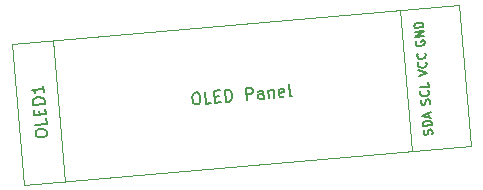
<source format=gbr>
%TF.GenerationSoftware,KiCad,Pcbnew,(6.0.5)*%
%TF.CreationDate,2023-03-29T12:06:55+08:00*%
%TF.ProjectId,ergo60,6572676f-3630-42e6-9b69-6361645f7063,rev?*%
%TF.SameCoordinates,PX3b7922bPYeed2ae*%
%TF.FileFunction,Legend,Top*%
%TF.FilePolarity,Positive*%
%FSLAX46Y46*%
G04 Gerber Fmt 4.6, Leading zero omitted, Abs format (unit mm)*
G04 Created by KiCad (PCBNEW (6.0.5)) date 2023-03-29 12:06:55*
%MOMM*%
%LPD*%
G01*
G04 APERTURE LIST*
G04 Aperture macros list*
%AMHorizOval*
0 Thick line with rounded ends*
0 $1 width*
0 $2 $3 position (X,Y) of the first rounded end (center of the circle)*
0 $4 $5 position (X,Y) of the second rounded end (center of the circle)*
0 Add line between two ends*
20,1,$1,$2,$3,$4,$5,0*
0 Add two circle primitives to create the rounded ends*
1,1,$1,$2,$3*
1,1,$1,$4,$5*%
%AMRotRect*
0 Rectangle, with rotation*
0 The origin of the aperture is its center*
0 $1 length*
0 $2 width*
0 $3 Rotation angle, in degrees counterclockwise*
0 Add horizontal line*
21,1,$1,$2,0,0,$3*%
G04 Aperture macros list end*
%ADD10C,0.150000*%
%ADD11C,0.040000*%
%ADD12RotRect,1.700000X1.700000X5.000000*%
%ADD13HorizOval,1.700000X0.000000X0.000000X0.000000X0.000000X0*%
%ADD14C,3.987800*%
%ADD15C,1.701800*%
%ADD16R,1.700000X1.700000*%
%ADD17O,1.700000X1.700000*%
%ADD18C,3.048000*%
%ADD19C,0.650000*%
%ADD20O,1.500000X2.300000*%
%ADD21O,1.400000X1.800000*%
%ADD22O,1.400000X2.300000*%
G04 APERTURE END LIST*
D10*
%TO.C,OLED1*%
X247159891Y-81417889D02*
X247143290Y-81228138D01*
X247182428Y-81129112D01*
X247269003Y-81025936D01*
X247454604Y-80961897D01*
X247786669Y-80932845D01*
X247980570Y-80963682D01*
X248083747Y-81050257D01*
X248139485Y-81140982D01*
X248156086Y-81330734D01*
X248116949Y-81429759D01*
X248030374Y-81532936D01*
X247844773Y-81596975D01*
X247512708Y-81626027D01*
X247318806Y-81595190D01*
X247215630Y-81508615D01*
X247159891Y-81417889D01*
X248039878Y-80002474D02*
X248081381Y-80476852D01*
X247085186Y-80564008D01*
X247489010Y-79716062D02*
X247459958Y-79383997D01*
X247969324Y-79196031D02*
X248010827Y-79670409D01*
X247014632Y-79757565D01*
X246973129Y-79283186D01*
X247931971Y-78769090D02*
X246935777Y-78856246D01*
X246915025Y-78619057D01*
X246950012Y-78472593D01*
X247036587Y-78369417D01*
X247127313Y-78313678D01*
X247312914Y-78249639D01*
X247455227Y-78237188D01*
X247649129Y-78268025D01*
X247748155Y-78307162D01*
X247851331Y-78393738D01*
X247911220Y-78531901D01*
X247931971Y-78769090D01*
X247799163Y-77251079D02*
X247848966Y-77820333D01*
X247824064Y-77535706D02*
X246827870Y-77622862D01*
X246978484Y-77705287D01*
X247081660Y-77791862D01*
X247137398Y-77882587D01*
X280734986Y-81373601D02*
X280761226Y-81263753D01*
X280745662Y-81085861D01*
X280703859Y-81017817D01*
X280665168Y-80985352D01*
X280590898Y-80955999D01*
X280519741Y-80962224D01*
X280451697Y-81004028D01*
X280419232Y-81042719D01*
X280389879Y-81116989D01*
X280366751Y-81262415D01*
X280337398Y-81336684D01*
X280304932Y-81375375D01*
X280236888Y-81417179D01*
X280165732Y-81423405D01*
X280091462Y-81394052D01*
X280052771Y-81361586D01*
X280010967Y-81293542D01*
X279995404Y-81115650D01*
X280021644Y-81005802D01*
X280705197Y-80623343D02*
X279958051Y-80688709D01*
X279942488Y-80510817D01*
X279968728Y-80400970D01*
X280033659Y-80323587D01*
X280101703Y-80281784D01*
X280240904Y-80233754D01*
X280347639Y-80224416D01*
X280493066Y-80247544D01*
X280567335Y-80276897D01*
X280644717Y-80341828D01*
X280689634Y-80445451D01*
X280705197Y-80623343D01*
X280429473Y-79930451D02*
X280398346Y-79574667D01*
X280649169Y-79982932D02*
X279880234Y-79799250D01*
X280605591Y-79484834D01*
X280512053Y-78825477D02*
X280538294Y-78715629D01*
X280522730Y-78537737D01*
X280480926Y-78469693D01*
X280442235Y-78437228D01*
X280367966Y-78407875D01*
X280296809Y-78414100D01*
X280228765Y-78455904D01*
X280196299Y-78494595D01*
X280166946Y-78568864D01*
X280143819Y-78714291D01*
X280114466Y-78788560D01*
X280082000Y-78827251D01*
X280013956Y-78869055D01*
X279942799Y-78875280D01*
X279868530Y-78845927D01*
X279829839Y-78813462D01*
X279788035Y-78745418D01*
X279772471Y-78567526D01*
X279798712Y-78457678D01*
X280373756Y-77654503D02*
X280412447Y-77686969D01*
X280457363Y-77790591D01*
X280463589Y-77861748D01*
X280437348Y-77971596D01*
X280372417Y-78048978D01*
X280304373Y-78090782D01*
X280165172Y-78138811D01*
X280058437Y-78148149D01*
X279913011Y-78125022D01*
X279838741Y-78095669D01*
X279761359Y-78030737D01*
X279716443Y-77927115D01*
X279710217Y-77855958D01*
X279736458Y-77746110D01*
X279768923Y-77707419D01*
X280385771Y-76972288D02*
X280416898Y-77328072D01*
X279669752Y-77393439D01*
X260618764Y-77845085D02*
X260808516Y-77828484D01*
X260907542Y-77867621D01*
X261010718Y-77954196D01*
X261074757Y-78139797D01*
X261103809Y-78471862D01*
X261072972Y-78665764D01*
X260986397Y-78768940D01*
X260895671Y-78824678D01*
X260705920Y-78841280D01*
X260606894Y-78802142D01*
X260503718Y-78715567D01*
X260439679Y-78529966D01*
X260410627Y-78197901D01*
X260441464Y-78003999D01*
X260528039Y-77900823D01*
X260618764Y-77845085D01*
X262034180Y-78725072D02*
X261559801Y-78766575D01*
X261472645Y-77770380D01*
X262320592Y-78174204D02*
X262652656Y-78145152D01*
X262840623Y-78654517D02*
X262366245Y-78696020D01*
X262279089Y-77699825D01*
X262753467Y-77658323D01*
X263267564Y-78617165D02*
X263180408Y-77620970D01*
X263417597Y-77600219D01*
X263564061Y-77635206D01*
X263667237Y-77721781D01*
X263722975Y-77812506D01*
X263787014Y-77998107D01*
X263799465Y-78140421D01*
X263768628Y-78334323D01*
X263729491Y-78433349D01*
X263642916Y-78536525D01*
X263504753Y-78596413D01*
X263267564Y-78617165D01*
X265022764Y-78463605D02*
X264935608Y-77467410D01*
X265315111Y-77434208D01*
X265414137Y-77473345D01*
X265465725Y-77516633D01*
X265521463Y-77607358D01*
X265533914Y-77749672D01*
X265494777Y-77848698D01*
X265451489Y-77900286D01*
X265360764Y-77956024D01*
X264981261Y-77989226D01*
X266445899Y-78339096D02*
X266400246Y-77817280D01*
X266344508Y-77726555D01*
X266245482Y-77687417D01*
X266055730Y-77704019D01*
X265965005Y-77759757D01*
X266441749Y-78291659D02*
X266351023Y-78347397D01*
X266113834Y-78368148D01*
X266014808Y-78329011D01*
X265959070Y-78238286D01*
X265950769Y-78143410D01*
X265989907Y-78044384D01*
X266080632Y-77988646D01*
X266317821Y-77967894D01*
X266408547Y-77912156D01*
X266862174Y-77633464D02*
X266920277Y-78297594D01*
X266870474Y-77728340D02*
X266913762Y-77676752D01*
X267004487Y-77621013D01*
X267146801Y-77608562D01*
X267245827Y-77647700D01*
X267301565Y-77738425D01*
X267347218Y-78260241D01*
X268196949Y-78138099D02*
X268106224Y-78193837D01*
X267916472Y-78210438D01*
X267817446Y-78171301D01*
X267761708Y-78080575D01*
X267728506Y-77701073D01*
X267767643Y-77602047D01*
X267858368Y-77546308D01*
X268048120Y-77529707D01*
X268147146Y-77568844D01*
X268202884Y-77659570D01*
X268211185Y-77754446D01*
X267745107Y-77890824D01*
X268817791Y-78131583D02*
X268718765Y-78092446D01*
X268663027Y-78001720D01*
X268588322Y-77147839D01*
X279588449Y-76464132D02*
X280313806Y-76149717D01*
X279544871Y-75966035D01*
X280161719Y-75230904D02*
X280200410Y-75263370D01*
X280245326Y-75366992D01*
X280251552Y-75438149D01*
X280225312Y-75547997D01*
X280160380Y-75625379D01*
X280092336Y-75667183D01*
X279953135Y-75715212D01*
X279846400Y-75724550D01*
X279700974Y-75701423D01*
X279626704Y-75672070D01*
X279549322Y-75607138D01*
X279504406Y-75503516D01*
X279498180Y-75432359D01*
X279524421Y-75322511D01*
X279556886Y-75283820D01*
X280096352Y-74483758D02*
X280135043Y-74516224D01*
X280179960Y-74619846D01*
X280186185Y-74691003D01*
X280159945Y-74800851D01*
X280095013Y-74878233D01*
X280026969Y-74920037D01*
X279887769Y-74968066D01*
X279781033Y-74977404D01*
X279635607Y-74954277D01*
X279561338Y-74924924D01*
X279483956Y-74859992D01*
X279439039Y-74756370D01*
X279432814Y-74685213D01*
X279459054Y-74575365D01*
X279491520Y-74536674D01*
X279365299Y-73503744D02*
X279335946Y-73578013D01*
X279345284Y-73684749D01*
X279390200Y-73788371D01*
X279467583Y-73853302D01*
X279541852Y-73882655D01*
X279687278Y-73905783D01*
X279794013Y-73896445D01*
X279933214Y-73848416D01*
X280001258Y-73806612D01*
X280066190Y-73729230D01*
X280092430Y-73619382D01*
X280086205Y-73548225D01*
X280041288Y-73444603D01*
X280002597Y-73412137D01*
X279753548Y-73433926D01*
X279765999Y-73576239D01*
X280045739Y-73085706D02*
X279298593Y-73151073D01*
X280008387Y-72658766D01*
X279261241Y-72724132D01*
X279977260Y-72302982D02*
X279230114Y-72368348D01*
X279214550Y-72190457D01*
X279240791Y-72080609D01*
X279305722Y-72003227D01*
X279373766Y-71961423D01*
X279512967Y-71913394D01*
X279619702Y-71904055D01*
X279765128Y-71927183D01*
X279839398Y-71956536D01*
X279916780Y-72021467D01*
X279961696Y-72125090D01*
X279977260Y-72302982D01*
D11*
X248616162Y-73421969D02*
X249662031Y-85376305D01*
X246175350Y-85681350D02*
X284030748Y-82369432D01*
X282984880Y-70415096D02*
X245129481Y-73727014D01*
X284030748Y-82369432D02*
X282984880Y-70415096D01*
X245129481Y-73727014D02*
X246175350Y-85681350D01*
X278003906Y-70850874D02*
X279049775Y-82805211D01*
%TD*%
%LPC*%
D12*
%TO.C,OLED1*%
X281681459Y-72727496D03*
D13*
X281902834Y-75257830D03*
X282124210Y-77788165D03*
X282345585Y-80318499D03*
%TD*%
D14*
%TO.C,MX21*%
X101101394Y-33415642D03*
D15*
X96114728Y-32446332D03*
X106088060Y-34384952D03*
%TD*%
D16*
%TO.C,J2*%
X138555697Y-78230087D03*
D17*
X138555697Y-75690087D03*
X138555697Y-73150087D03*
X138555697Y-70610087D03*
X138555697Y-68070087D03*
%TD*%
D15*
%TO.C,MX39*%
X192195895Y-48280189D03*
X202169227Y-46341569D03*
D14*
X197182561Y-47310879D03*
%TD*%
%TO.C,MX13*%
X252505754Y-1660317D03*
D15*
X257566423Y-1217566D03*
X247445085Y-2103068D03*
%TD*%
D14*
%TO.C,MX38*%
X178482563Y-50945796D03*
D15*
X183469229Y-49976486D03*
X173495897Y-51915106D03*
%TD*%
D14*
%TO.C,MX24*%
X188872651Y-29519616D03*
D15*
X183885985Y-30488926D03*
X193859317Y-28550306D03*
%TD*%
D14*
%TO.C,MX23*%
X170172651Y-33154525D03*
D15*
X165185985Y-34123835D03*
X175159317Y-32185215D03*
%TD*%
%TO.C,MX64*%
X216451547Y-82378473D03*
D14*
X211464881Y-83347783D03*
D15*
X206478215Y-84317093D03*
%TD*%
%TO.C,MX17*%
X19847523Y-20859202D03*
X29968861Y-21744704D03*
D14*
X24908192Y-21301953D03*
%TD*%
%TO.C,MX59*%
X-9962335Y-75619481D03*
D15*
X-15023004Y-75176730D03*
X-4901666Y-76062232D03*
%TD*%
%TO.C,MX34*%
X69728148Y-46723851D03*
X59754816Y-44785231D03*
D14*
X64741482Y-45754541D03*
%TD*%
D15*
%TO.C,MX15*%
X-30561594Y-6887598D03*
D14*
X-25500925Y-7330349D03*
D15*
X-20440256Y-7773100D03*
%TD*%
%TO.C,MX55*%
X235029989Y-60557555D03*
X224908651Y-61443057D03*
D14*
X229969320Y-61000306D03*
%TD*%
D18*
%TO.C,MX45*%
X-10097051Y-49473243D03*
D14*
X-11425305Y-64655250D03*
X12359840Y-66736180D03*
D15*
X6247407Y-57914879D03*
X-3873931Y-57029377D03*
D18*
X13688093Y-51554173D03*
D14*
X1186738Y-57472128D03*
%TD*%
D15*
%TO.C,MX4*%
X52508830Y-4563654D03*
X62482162Y-6502274D03*
D14*
X57495496Y-5532964D03*
%TD*%
%TO.C,MX20*%
X82401395Y-29780733D03*
D15*
X77414729Y-28811423D03*
X87388061Y-30750043D03*
%TD*%
%TO.C,MX41*%
X230839337Y-41801420D03*
D14*
X235900006Y-41358669D03*
D15*
X240960675Y-40915918D03*
%TD*%
%TO.C,MX44*%
X-27556391Y-45396052D03*
D14*
X-32617060Y-44953301D03*
D15*
X-37677729Y-44510550D03*
%TD*%
D14*
%TO.C,MX27*%
X246575071Y-21301956D03*
D15*
X251635740Y-20859205D03*
X241514402Y-21744707D03*
%TD*%
D14*
%TO.C,MX51*%
X154067478Y-75098161D03*
D15*
X159054144Y-74128851D03*
X149080812Y-76067471D03*
%TD*%
D18*
%TO.C,MX62*%
X111484165Y-100770960D03*
X88046835Y-96215204D03*
D15*
X96111635Y-90667106D03*
X106084967Y-92605726D03*
D14*
X90954764Y-81255206D03*
X114392095Y-85810961D03*
X101098301Y-91636416D03*
%TD*%
D15*
%TO.C,MX2*%
X24038178Y-2103067D03*
X13916840Y-1217565D03*
D14*
X18977509Y-1660316D03*
%TD*%
D15*
%TO.C,MX25*%
X202585984Y-26854015D03*
D14*
X207572650Y-25884705D03*
D15*
X212559316Y-24915395D03*
%TD*%
D14*
%TO.C,MX6*%
X94895492Y-12802783D03*
D15*
X99882158Y-13772093D03*
X89908826Y-11833473D03*
%TD*%
D14*
%TO.C,MX58*%
X301134980Y-54774118D03*
D15*
X306195649Y-54331367D03*
X296074311Y-55216869D03*
%TD*%
D14*
%TO.C,MX5*%
X76195498Y-9167869D03*
D15*
X81182164Y-10137179D03*
X71208832Y-8198559D03*
%TD*%
%TO.C,MX19*%
X68688068Y-27115128D03*
X58714736Y-25176508D03*
D14*
X63701402Y-26145818D03*
%TD*%
D15*
%TO.C,MX9*%
X171836079Y-13424641D03*
X181809411Y-11486021D03*
D14*
X176822745Y-12455331D03*
%TD*%
D15*
%TO.C,MX42*%
X259938188Y-39255603D03*
D14*
X254877519Y-39698354D03*
D15*
X249816850Y-40141105D03*
%TD*%
%TO.C,MX56*%
X243886161Y-59782741D03*
D14*
X248946830Y-59339990D03*
D15*
X254007499Y-58897239D03*
%TD*%
%TO.C,MX14*%
X275911354Y387406D03*
D18*
X268470668Y6748112D03*
D15*
X286032692Y1272908D03*
D18*
X292255812Y8829042D03*
D14*
X280972023Y830157D03*
X269798921Y-8433895D03*
X293584066Y-6352965D03*
%TD*%
%TO.C,MX29*%
X289274464Y-17566244D03*
D15*
X284213795Y-18008995D03*
X294335133Y-17123493D03*
%TD*%
D14*
%TO.C,MX36*%
X102141482Y-53024364D03*
D15*
X97154816Y-52055054D03*
X107128148Y-53993674D03*
%TD*%
D14*
%TO.C,MX37*%
X159782564Y-54580709D03*
D15*
X164769230Y-53611399D03*
X154795898Y-55550019D03*
%TD*%
%TO.C,MX12*%
X238422884Y-980133D03*
X228301546Y-1865635D03*
D14*
X233362215Y-1422884D03*
%TD*%
%TO.C,MX35*%
X83441481Y-49389455D03*
D15*
X88428147Y-50358765D03*
X78454815Y-48420145D03*
%TD*%
D14*
%TO.C,MX57*%
X275040905Y-57057054D03*
D15*
X280101574Y-56614303D03*
X269980236Y-57499805D03*
%TD*%
D14*
%TO.C,MX7*%
X113595491Y-16437694D03*
D15*
X118582157Y-17407004D03*
X108608825Y-15468384D03*
%TD*%
D14*
%TO.C,MX48*%
X70456571Y-66271999D03*
D15*
X75443237Y-67241309D03*
X65469905Y-65302689D03*
%TD*%
%TO.C,MX22*%
X146485991Y-37758747D03*
D14*
X151472657Y-36789437D03*
D15*
X156459323Y-35820127D03*
%TD*%
D14*
%TO.C,MX60*%
X13760415Y-77694831D03*
D15*
X18821084Y-78137582D03*
X8699746Y-77252080D03*
%TD*%
%TO.C,MX18*%
X40014733Y-21541597D03*
X49988065Y-23480217D03*
D14*
X45001399Y-22510907D03*
%TD*%
%TO.C,MX43*%
X274542866Y-46264388D03*
X285715968Y-37000336D03*
D18*
X273214613Y-31082381D03*
X296999757Y-29001451D03*
D14*
X298328011Y-44183458D03*
D15*
X280655299Y-37443087D03*
X290776637Y-36557585D03*
%TD*%
%TO.C,MX28*%
X260491911Y-20084389D03*
D14*
X265552580Y-19641638D03*
D15*
X270613249Y-19198887D03*
%TD*%
D14*
%TO.C,MX61*%
X68370772Y-85282509D03*
D15*
X63384106Y-84313199D03*
X73357438Y-86251819D03*
%TD*%
%TO.C,MX33*%
X51028154Y-43088942D03*
X41054822Y-41150322D03*
D14*
X46041488Y-42119632D03*
%TD*%
%TO.C,MX26*%
X226272647Y-22249789D03*
D15*
X221285981Y-23219099D03*
X231259313Y-21280479D03*
%TD*%
%TO.C,MX49*%
X94143236Y-70876218D03*
D14*
X89156570Y-69906908D03*
D15*
X84169904Y-68937598D03*
%TD*%
D14*
%TO.C,MX30*%
X-29058989Y-26141819D03*
D15*
X-23998320Y-26584570D03*
X-34119658Y-25699068D03*
%TD*%
D14*
%TO.C,MX10*%
X195522739Y-8820417D03*
D15*
X200509405Y-7851107D03*
X190536073Y-9789727D03*
%TD*%
D14*
%TO.C,MX63*%
X174064889Y-90617610D03*
X160771095Y-84792155D03*
D18*
X187116355Y-95196398D03*
D15*
X179051555Y-89648300D03*
X169078223Y-91586920D03*
D14*
X184208426Y-80236400D03*
D18*
X163679025Y-99752154D03*
%TD*%
D15*
%TO.C,MX54*%
X215154138Y-63224117D03*
X205180806Y-65162737D03*
D14*
X210167472Y-64193427D03*
%TD*%
D15*
%TO.C,MX66*%
X295362437Y-74401917D03*
D14*
X300423106Y-73959166D03*
D15*
X305483775Y-73516415D03*
%TD*%
D19*
%TO.C,J3*%
X136252240Y-3628008D03*
X130472240Y-3628008D03*
D20*
X137832240Y-4158008D03*
D21*
X128892240Y21992D03*
D22*
X128892240Y-4158008D03*
D21*
X137832240Y21992D03*
%TD*%
D16*
%TO.C,SW1*%
X152405590Y-40981888D03*
D17*
X149865590Y-40981888D03*
%TD*%
D14*
%TO.C,MX16*%
X1186308Y-19226559D03*
D15*
X6246977Y-19669310D03*
X-3874361Y-18783808D03*
%TD*%
%TO.C,MX65*%
X238589012Y-79369465D03*
D14*
X233528343Y-79812216D03*
D15*
X228467674Y-80254967D03*
%TD*%
%TO.C,MX50*%
X102869902Y-72572511D03*
X112843234Y-74511131D03*
D14*
X107856568Y-73541821D03*
%TD*%
D15*
%TO.C,MX40*%
X220869226Y-42706659D03*
X210895894Y-44645279D03*
D14*
X215882560Y-43675969D03*
%TD*%
D15*
%TO.C,MX1*%
X5060669Y-442751D03*
D14*
X0Y0D03*
D15*
X-5060669Y442751D03*
%TD*%
%TO.C,MX8*%
X163109411Y-15120931D03*
X153136079Y-17059551D03*
D14*
X158122745Y-16090241D03*
%TD*%
D15*
%TO.C,MX47*%
X46769910Y-61667773D03*
D14*
X51756576Y-62637083D03*
D15*
X56743242Y-63606393D03*
%TD*%
%TO.C,MX11*%
X219209401Y-4216192D03*
X209236069Y-6154812D03*
D14*
X214222735Y-5185502D03*
%TD*%
%TO.C,MX52*%
X172767477Y-71463246D03*
D15*
X177754143Y-70493936D03*
X167780811Y-72432556D03*
%TD*%
D14*
%TO.C,MX32*%
X26094499Y-40528513D03*
D15*
X21033830Y-40085762D03*
X31155168Y-40971264D03*
%TD*%
D14*
%TO.C,MX53*%
X191467474Y-67828336D03*
D15*
X186480808Y-68797646D03*
X196454140Y-66859026D03*
%TD*%
%TO.C,MX3*%
X33060374Y-980129D03*
X43181712Y-1865631D03*
D14*
X38121043Y-1422880D03*
%TD*%
%TO.C,MX31*%
X427Y-38245578D03*
D15*
X5061096Y-38688329D03*
X-5060242Y-37802827D03*
%TD*%
%TO.C,MX46*%
X26964520Y-59727395D03*
D14*
X32025189Y-60170146D03*
D15*
X37085858Y-60612897D03*
%TD*%
M02*

</source>
